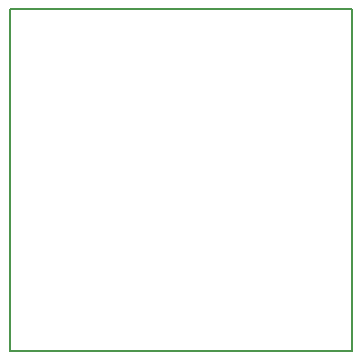
<source format=gbr>
G04 #@! TF.GenerationSoftware,KiCad,Pcbnew,5.1.7-a382d34a8~87~ubuntu18.04.1*
G04 #@! TF.CreationDate,2020-10-22T16:40:07+03:00*
G04 #@! TF.ProjectId,FreeSmart157AAC_29mm_module,46726565-536d-4617-9274-313537414143,rev?*
G04 #@! TF.SameCoordinates,Original*
G04 #@! TF.FileFunction,Profile,NP*
%FSLAX46Y46*%
G04 Gerber Fmt 4.6, Leading zero omitted, Abs format (unit mm)*
G04 Created by KiCad (PCBNEW 5.1.7-a382d34a8~87~ubuntu18.04.1) date 2020-10-22 16:40:07*
%MOMM*%
%LPD*%
G01*
G04 APERTURE LIST*
G04 #@! TA.AperFunction,Profile*
%ADD10C,0.150000*%
G04 #@! TD*
G04 APERTURE END LIST*
D10*
X-14500000Y-14500000D02*
X-14500000Y14500000D01*
X14500000Y-14500000D02*
X14500000Y14500000D01*
X14500000Y14500000D02*
X-14500000Y14500000D01*
X-14500000Y-14500000D02*
X14500000Y-14500000D01*
M02*

</source>
